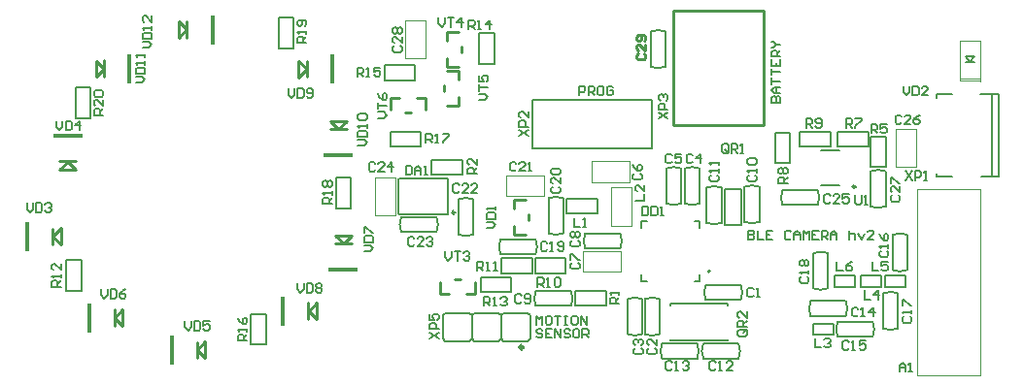
<source format=gto>
G04*
G04 #@! TF.GenerationSoftware,Altium Limited,Altium Designer,18.1.7 (191)*
G04*
G04 Layer_Color=65535*
%FSLAX24Y24*%
%MOIN*%
G70*
G01*
G75*
%ADD10C,0.0070*%
%ADD11C,0.0098*%
%ADD12C,0.0079*%
%ADD13C,0.0118*%
%ADD14C,0.0100*%
%ADD15C,0.0071*%
%ADD16C,0.0039*%
%ADD17C,0.0050*%
%ADD18R,0.0177X0.1024*%
%ADD19R,0.1024X0.0177*%
D10*
X52146Y28137D02*
G03*
X52656Y28137I256J608D01*
G01*
Y29344D02*
G03*
X52146Y29344I-255J-609D01*
G01*
X42625Y28041D02*
G03*
X42625Y27531I608J-256D01*
G01*
X43833D02*
G03*
X43832Y28041I-609J255D01*
G01*
X39215Y30069D02*
G03*
X39216Y30580I-608J256D01*
G01*
X38008D02*
G03*
X38008Y30069I609J-255D01*
G01*
X39971Y29987D02*
G03*
X40481Y29987I256J608D01*
G01*
Y31195D02*
G03*
X39971Y31194I-255J-609D01*
G01*
X43059Y30027D02*
G03*
X43570Y30026I256J608D01*
G01*
Y31234D02*
G03*
X43059Y31234I-255J-609D01*
G01*
X42619Y29311D02*
G03*
X42619Y29822I-608J256D01*
G01*
X41412D02*
G03*
X41412Y29311I609J-255D01*
G01*
X48248Y32257D02*
G03*
X47737Y32257I-256J-608D01*
G01*
Y31049D02*
G03*
X48248Y31050I255J609D01*
G01*
X47106D02*
G03*
X47617Y31049I256J608D01*
G01*
Y32257D02*
G03*
X47106Y32257I-255J-609D01*
G01*
X44318Y30020D02*
G03*
X44318Y29509I608J-256D01*
G01*
X45525D02*
G03*
X45525Y30020I-609J255D01*
G01*
X49784Y30421D02*
G03*
X50294Y30420I256J608D01*
G01*
Y31628D02*
G03*
X49784Y31627I-255J-609D01*
G01*
X48484Y30391D02*
G03*
X48995Y30391I256J608D01*
G01*
Y31599D02*
G03*
X48484Y31598I-255J-609D01*
G01*
X45768Y26562D02*
G03*
X46278Y26562I256J608D01*
G01*
Y27770D02*
G03*
X45768Y27769I-255J-609D01*
G01*
X46956Y26240D02*
G03*
X46956Y25730I608J-256D01*
G01*
X48163D02*
G03*
X48163Y26240I-609J255D01*
G01*
X49579Y25728D02*
G03*
X49580Y26239I-608J256D01*
G01*
X48372D02*
G03*
X48373Y25728I609J-255D01*
G01*
X46870Y27768D02*
G03*
X46359Y27769I-256J-608D01*
G01*
Y26561D02*
G03*
X46870Y26562I255J609D01*
G01*
X48452Y28248D02*
G03*
X48452Y27737I608J-256D01*
G01*
X49659D02*
G03*
X49659Y28248I-609J255D01*
G01*
X54186Y26477D02*
G03*
X54186Y26987I-608J256D01*
G01*
X52978D02*
G03*
X52979Y26477I609J-255D01*
G01*
X52054Y27697D02*
G03*
X52054Y27186I608J-256D01*
G01*
X53262D02*
G03*
X53261Y27697I-609J255D01*
G01*
X55049Y27965D02*
G03*
X54539Y27966I-256J-608D01*
G01*
Y26758D02*
G03*
X55049Y26758I255J609D01*
G01*
X54862Y28767D02*
G03*
X55373Y28767I256J608D01*
G01*
Y29974D02*
G03*
X54862Y29974I-255J-609D01*
G01*
X46565Y35755D02*
G03*
X47076Y35755I256J608D01*
G01*
Y36962D02*
G03*
X46565Y36962I-255J-609D01*
G01*
X51090Y31516D02*
G03*
X51089Y31005I608J-256D01*
G01*
X52297D02*
G03*
X52297Y31516I-609J255D01*
G01*
X54114Y30952D02*
G03*
X54625Y30952I256J608D01*
G01*
Y32159D02*
G03*
X54114Y32159I-255J-609D01*
G01*
X40748Y28012D02*
X41791D01*
X40748Y28524D02*
X41791D01*
X40748Y28012D02*
Y28524D01*
X41791Y28012D02*
Y28524D01*
X52657Y28141D02*
Y29341D01*
X52146Y28140D02*
Y29341D01*
X42629Y27530D02*
X43829D01*
X42628Y28041D02*
X43829D01*
X43986D02*
X45030D01*
X43986Y27530D02*
X45030D01*
Y28041D01*
X43986Y27530D02*
Y28041D01*
X43691Y30709D02*
Y31220D01*
X44734Y30709D02*
Y31220D01*
X43691Y30709D02*
X44734D01*
X43691Y31220D02*
X44734D01*
X38012Y30580D02*
X39212D01*
X38012Y30069D02*
X39213D01*
X39058Y32047D02*
X40101D01*
X39058Y32559D02*
X40101D01*
X39058Y32047D02*
Y32559D01*
X40101Y32047D02*
Y32559D01*
X40481Y29991D02*
Y31191D01*
X39970Y29990D02*
Y31191D01*
X43570Y30030D02*
Y31230D01*
X43059Y30029D02*
Y31230D01*
X41415Y29822D02*
X42615D01*
X41415Y29311D02*
X42616D01*
X37628Y33012D02*
X38671D01*
X37628Y33524D02*
X38671D01*
X37628Y33012D02*
Y33524D01*
X38671Y33012D02*
Y33524D01*
X37431Y35295D02*
X38474D01*
X37431Y35807D02*
X38474D01*
X37431Y35295D02*
Y35807D01*
X38474Y35295D02*
Y35807D01*
X40689Y35856D02*
Y36900D01*
X41201Y35856D02*
Y36900D01*
X40689D02*
X41201D01*
X40689Y35856D02*
X41201D01*
X47737Y31053D02*
Y32253D01*
X48248Y31053D02*
Y32254D01*
X47617Y31053D02*
Y32253D01*
X47106Y31052D02*
Y32253D01*
X44322Y29509D02*
X45522D01*
X44321Y30020D02*
X45522D01*
X50294Y30424D02*
Y31624D01*
X49783Y30423D02*
Y31624D01*
X48995Y30395D02*
Y31595D01*
X48484Y30394D02*
Y31595D01*
X46279Y26566D02*
Y27766D01*
X45768Y26565D02*
Y27766D01*
X46959Y25729D02*
X48159D01*
X46959Y26240D02*
X48159D01*
X48376Y26239D02*
X49576D01*
X48376Y25728D02*
X49577D01*
X46359Y26565D02*
Y27765D01*
X46870Y26565D02*
Y27766D01*
X48455Y27737D02*
X49655D01*
X48455Y28248D02*
X49656D01*
X52982Y26987D02*
X54182D01*
X52982Y26476D02*
X54183D01*
X52058Y27186D02*
X53258D01*
X52057Y27697D02*
X53258D01*
X54538Y26762D02*
Y27962D01*
X55049Y26762D02*
Y27963D01*
X55373Y28770D02*
Y29970D01*
X54862Y28770D02*
Y29970D01*
X42596Y28661D02*
X43640D01*
X42596Y29173D02*
X43640D01*
X42596Y28661D02*
Y29173D01*
X43640Y28661D02*
Y29173D01*
X41455Y28661D02*
X42498D01*
X41455Y29173D02*
X42498D01*
X41455Y28661D02*
Y29173D01*
X42498Y28661D02*
Y29173D01*
X47076Y35759D02*
Y36959D01*
X46565Y35758D02*
Y36959D01*
X51093Y31005D02*
X52293D01*
X51093Y31516D02*
X52293D01*
X54626Y32313D02*
Y33356D01*
X54114Y32313D02*
Y33356D01*
Y32313D02*
X54626D01*
X54114Y33356D02*
X54626D01*
X51358Y32431D02*
Y33474D01*
X50846Y32431D02*
Y33474D01*
Y32431D02*
X51358D01*
X50846Y33474D02*
X51358D01*
X54625Y30955D02*
Y32155D01*
X54114Y30955D02*
Y32156D01*
X52982Y33524D02*
X54026D01*
X52982Y33012D02*
X54026D01*
Y33524D01*
X52982Y33012D02*
Y33524D01*
X51683Y33012D02*
X52726D01*
X51683Y33524D02*
X52726D01*
X51683Y33012D02*
Y33524D01*
X52726Y33012D02*
Y33524D01*
X33366Y26211D02*
Y27254D01*
X32854Y26211D02*
Y27254D01*
Y26211D02*
X33366D01*
X32854Y27254D02*
X33366D01*
X26516Y28061D02*
Y29104D01*
X27028Y28061D02*
Y29104D01*
X26516D02*
X27028D01*
X26516Y28061D02*
X27028D01*
X26831Y33996D02*
Y35039D01*
X27343Y33996D02*
Y35039D01*
X26831D02*
X27343D01*
X26831Y33996D02*
X27343D01*
X34321Y36388D02*
Y37431D01*
X33809Y36388D02*
Y37431D01*
Y36388D02*
X34321D01*
X33809Y37431D02*
X34321D01*
X36280Y30896D02*
Y31939D01*
X35768Y30896D02*
Y31939D01*
Y30896D02*
X36280D01*
X35768Y31939D02*
X36280D01*
D11*
X39852Y30741D02*
G03*
X39852Y30741I-49J0D01*
G01*
X53593Y31624D02*
G03*
X53593Y31624I-49J0D01*
G01*
X35108Y27077D02*
Y27638D01*
X34828Y27357D02*
X35108Y27077D01*
X34828Y27357D02*
X35108Y27638D01*
X34823Y27072D02*
Y27633D01*
X28455Y26841D02*
Y27402D01*
X28174Y27121D02*
X28455Y26841D01*
X28174Y27121D02*
X28455Y27402D01*
X28169Y26836D02*
Y27397D01*
X26289Y32215D02*
X26850D01*
X26289D02*
X26570Y32495D01*
X26850Y32215D01*
X26284Y32500D02*
X26845D01*
X35748Y29951D02*
X36309D01*
X36029Y29670D02*
X36309Y29951D01*
X35748D02*
X36029Y29670D01*
X35753Y29665D02*
X36314D01*
X31289Y25738D02*
Y26299D01*
X31009Y26019D02*
X31289Y25738D01*
X31009Y26019D02*
X31289Y26299D01*
X31004Y25733D02*
Y26294D01*
X34488Y35394D02*
Y35955D01*
X34769Y35674D01*
X34488Y35394D02*
X34769Y35674D01*
X34774Y35399D02*
Y35960D01*
X35576Y33888D02*
X36137D01*
X35856Y33607D02*
X36137Y33888D01*
X35576D02*
X35856Y33607D01*
X35581Y33602D02*
X36142D01*
X30364Y36752D02*
Y37313D01*
X30645Y37032D01*
X30364Y36752D02*
X30645Y37032D01*
X30650Y36757D02*
Y37318D01*
X27530Y35399D02*
Y35960D01*
X27810Y35679D01*
X27530Y35399D02*
X27810Y35679D01*
X27815Y35404D02*
Y35965D01*
X26329Y29636D02*
Y30197D01*
X26048Y29916D02*
X26329Y29636D01*
X26048Y29916D02*
X26329Y30197D01*
X26043Y29631D02*
Y30192D01*
D12*
X48602Y28720D02*
G03*
X48602Y28720I-39J0D01*
G01*
X42520Y32943D02*
X46624D01*
X42520D02*
Y34626D01*
X46624D01*
Y32943D02*
Y34626D01*
X49114Y30315D02*
X49665D01*
X49114Y31535D02*
X49665D01*
Y30315D02*
Y31535D01*
X49114Y30315D02*
Y31535D01*
X48061Y30433D02*
X48248D01*
Y30217D02*
Y30433D01*
Y28376D02*
Y28602D01*
X48238Y28376D02*
X48248D01*
X48061D02*
X48238D01*
X46250Y30433D02*
X46447D01*
X46250Y30217D02*
Y30433D01*
Y28376D02*
Y28602D01*
Y28376D02*
X46447D01*
X47244Y27559D02*
Y27598D01*
X49213D01*
Y27559D02*
Y27598D01*
X47244Y26339D02*
Y26378D01*
Y26339D02*
X49213D01*
Y26378D01*
X52126Y26535D02*
Y26929D01*
X52835D01*
Y26732D02*
Y26929D01*
Y26535D02*
Y26732D01*
X52126Y26535D02*
X52835D01*
X53583Y28189D02*
Y28583D01*
X52874Y28189D02*
X53583D01*
X52874D02*
Y28386D01*
Y28583D01*
X53583D01*
X54488Y28189D02*
Y28583D01*
X53780Y28189D02*
X54488D01*
X53780D02*
Y28386D01*
Y28583D01*
X54488D01*
X55315Y28189D02*
Y28583D01*
X54606Y28189D02*
X55315D01*
X54606D02*
Y28386D01*
Y28583D01*
X55315D01*
X52421Y31673D02*
X53051D01*
X52421Y32894D02*
X53051D01*
X42350Y26329D02*
X42429Y26407D01*
X39429D02*
Y27215D01*
X40350Y27293D02*
X40429Y27215D01*
X39508Y27293D02*
X40350D01*
X39508Y26329D02*
X40350D01*
X40429Y26407D01*
X41350Y26329D02*
X41429Y26407D01*
X40508Y26329D02*
X41350D01*
X40429Y26407D02*
X40508Y26329D01*
X40429Y26407D02*
Y27215D01*
X40508Y27293D01*
X41350D01*
X41429Y27215D01*
Y26407D02*
Y27215D01*
X42429Y26407D02*
Y27215D01*
X42350Y27293D02*
X42429Y27215D01*
X41508Y27293D02*
X42350D01*
X41429Y27215D02*
X41508Y27293D01*
X41429Y26407D02*
X41508Y26329D01*
X42350D01*
X42429Y26407D01*
X39429Y27215D02*
X39508Y27293D01*
X39429Y26407D02*
X39508Y26329D01*
X57884Y34803D02*
X58268D01*
X56368D02*
X56919D01*
X56368Y34685D02*
Y34803D01*
X58268Y31969D02*
Y34803D01*
X57894Y31969D02*
X58268D01*
X56368D02*
X56900D01*
X56368D02*
Y32077D01*
X58268Y34803D02*
X58504D01*
Y31969D02*
Y34803D01*
X58258Y31969D02*
X58504D01*
X49911Y30124D02*
Y29809D01*
X50069D01*
X50121Y29861D01*
Y29914D01*
X50069Y29966D01*
X49911D01*
X50069D01*
X50121Y30019D01*
Y30071D01*
X50069Y30124D01*
X49911D01*
X50226D02*
Y29809D01*
X50436D01*
X50751Y30124D02*
X50541D01*
Y29809D01*
X50751D01*
X50541Y29966D02*
X50646D01*
X51381Y30071D02*
X51328Y30124D01*
X51223D01*
X51171Y30071D01*
Y29861D01*
X51223Y29809D01*
X51328D01*
X51381Y29861D01*
X51486Y29809D02*
Y30019D01*
X51591Y30124D01*
X51696Y30019D01*
Y29809D01*
Y29966D01*
X51486D01*
X51801Y29809D02*
Y30124D01*
X51906Y30019D01*
X52010Y30124D01*
Y29809D01*
X52325Y30124D02*
X52115D01*
Y29809D01*
X52325D01*
X52115Y29966D02*
X52220D01*
X52430Y29809D02*
Y30124D01*
X52588D01*
X52640Y30071D01*
Y29966D01*
X52588Y29914D01*
X52430D01*
X52535D02*
X52640Y29809D01*
X52745D02*
Y30019D01*
X52850Y30124D01*
X52955Y30019D01*
Y29809D01*
Y29966D01*
X52745D01*
X53375Y30124D02*
Y29809D01*
Y29966D01*
X53427Y30019D01*
X53532D01*
X53585Y29966D01*
Y29809D01*
X53690Y30019D02*
X53795Y29809D01*
X53900Y30019D01*
X54214Y29809D02*
X54005D01*
X54214Y30019D01*
Y30071D01*
X54162Y30124D01*
X54057D01*
X54005Y30071D01*
X42648Y26880D02*
Y27195D01*
X42753Y27090D01*
X42858Y27195D01*
Y26880D01*
X43120Y27195D02*
X43015D01*
X42962Y27142D01*
Y26932D01*
X43015Y26880D01*
X43120D01*
X43172Y26932D01*
Y27142D01*
X43120Y27195D01*
X43277D02*
X43487D01*
X43382D01*
Y26880D01*
X43592Y27195D02*
X43697D01*
X43645D01*
Y26880D01*
X43592D01*
X43697D01*
X44012Y27195D02*
X43907D01*
X43855Y27142D01*
Y26932D01*
X43907Y26880D01*
X44012D01*
X44064Y26932D01*
Y27142D01*
X44012Y27195D01*
X44169Y26880D02*
Y27195D01*
X44379Y26880D01*
Y27195D01*
X42858Y26695D02*
X42805Y26748D01*
X42700D01*
X42648Y26695D01*
Y26643D01*
X42700Y26590D01*
X42805D01*
X42858Y26538D01*
Y26485D01*
X42805Y26433D01*
X42700D01*
X42648Y26485D01*
X43172Y26748D02*
X42962D01*
Y26433D01*
X43172D01*
X42962Y26590D02*
X43067D01*
X43277Y26433D02*
Y26748D01*
X43487Y26433D01*
Y26748D01*
X43802Y26695D02*
X43750Y26748D01*
X43645D01*
X43592Y26695D01*
Y26643D01*
X43645Y26590D01*
X43750D01*
X43802Y26538D01*
Y26485D01*
X43750Y26433D01*
X43645D01*
X43592Y26485D01*
X44064Y26748D02*
X43960D01*
X43907Y26695D01*
Y26485D01*
X43960Y26433D01*
X44064D01*
X44117Y26485D01*
Y26695D01*
X44064Y26748D01*
X44222Y26433D02*
Y26748D01*
X44379D01*
X44432Y26695D01*
Y26590D01*
X44379Y26538D01*
X44222D01*
X44327D02*
X44432Y26433D01*
X44114Y34774D02*
Y35088D01*
X44272D01*
X44324Y35036D01*
Y34931D01*
X44272Y34879D01*
X44114D01*
X44429Y34774D02*
Y35088D01*
X44586D01*
X44639Y35036D01*
Y34931D01*
X44586Y34879D01*
X44429D01*
X44534D02*
X44639Y34774D01*
X44901Y35088D02*
X44796D01*
X44744Y35036D01*
Y34826D01*
X44796Y34774D01*
X44901D01*
X44954Y34826D01*
Y35036D01*
X44901Y35088D01*
X45269Y35036D02*
X45216Y35088D01*
X45111D01*
X45059Y35036D01*
Y34826D01*
X45111Y34774D01*
X45216D01*
X45269Y34826D01*
Y34931D01*
X45164D01*
X50709Y34528D02*
X51024D01*
Y34685D01*
X50971Y34737D01*
X50919D01*
X50866Y34685D01*
Y34528D01*
Y34685D01*
X50814Y34737D01*
X50761D01*
X50709Y34685D01*
Y34528D01*
X51024Y34842D02*
X50814D01*
X50709Y34947D01*
X50814Y35052D01*
X51024D01*
X50866D01*
Y34842D01*
X50709Y35157D02*
Y35367D01*
Y35262D01*
X51024D01*
X50709Y35472D02*
Y35682D01*
Y35577D01*
X51024D01*
X50709Y35997D02*
Y35787D01*
X51024D01*
Y35997D01*
X50866Y35787D02*
Y35892D01*
X51024Y36102D02*
X50709D01*
Y36259D01*
X50761Y36312D01*
X50866D01*
X50919Y36259D01*
Y36102D01*
Y36207D02*
X51024Y36312D01*
X50709Y36417D02*
X50761D01*
X50866Y36522D01*
X50761Y36627D01*
X50709D01*
X50866Y36522D02*
X51024D01*
X38986Y26417D02*
X39301Y26627D01*
X38986D02*
X39301Y26417D01*
Y26732D02*
X38986D01*
Y26890D01*
X39039Y26942D01*
X39144D01*
X39196Y26890D01*
Y26732D01*
X38986Y27257D02*
Y27047D01*
X39144D01*
X39091Y27152D01*
Y27204D01*
X39144Y27257D01*
X39249D01*
X39301Y27204D01*
Y27100D01*
X39249Y27047D01*
X55108Y25266D02*
Y25476D01*
X55213Y25581D01*
X55318Y25476D01*
Y25266D01*
Y25423D01*
X55108D01*
X55423Y25266D02*
X55528D01*
X55476D01*
Y25581D01*
X55423Y25528D01*
X53583Y31338D02*
Y31076D01*
X53635Y31024D01*
X53740D01*
X53793Y31076D01*
Y31338D01*
X53898Y31024D02*
X54002D01*
X53950D01*
Y31338D01*
X53898Y31286D01*
X46841Y33967D02*
X47156Y34176D01*
X46841D02*
X47156Y33967D01*
Y34281D02*
X46841D01*
Y34439D01*
X46893Y34491D01*
X46998D01*
X47051Y34439D01*
Y34281D01*
X46893Y34596D02*
X46841Y34649D01*
Y34754D01*
X46893Y34806D01*
X46946D01*
X46998Y34754D01*
Y34701D01*
Y34754D01*
X47051Y34806D01*
X47103D01*
X47156Y34754D01*
Y34649D01*
X47103Y34596D01*
X42057Y33376D02*
X42372Y33586D01*
X42057D02*
X42372Y33376D01*
Y33691D02*
X42057D01*
Y33848D01*
X42110Y33901D01*
X42215D01*
X42267Y33848D01*
Y33691D01*
X42372Y34216D02*
Y34006D01*
X42162Y34216D01*
X42110D01*
X42057Y34163D01*
Y34058D01*
X42110Y34006D01*
X55315Y32165D02*
X55525Y31850D01*
Y32165D02*
X55315Y31850D01*
X55630D02*
Y32165D01*
X55787D01*
X55840Y32113D01*
Y32008D01*
X55787Y31955D01*
X55630D01*
X55945Y31850D02*
X56050D01*
X55997D01*
Y32165D01*
X55945Y32113D01*
X37205Y33991D02*
X37415D01*
X37520Y34096D01*
X37415Y34201D01*
X37205D01*
Y34306D02*
Y34516D01*
Y34411D01*
X37520D01*
X37205Y34831D02*
X37257Y34726D01*
X37362Y34621D01*
X37467D01*
X37520Y34673D01*
Y34778D01*
X37467Y34831D01*
X37415D01*
X37362Y34778D01*
Y34621D01*
X40669Y34613D02*
X40879D01*
X40984Y34718D01*
X40879Y34823D01*
X40669D01*
Y34928D02*
Y35138D01*
Y35033D01*
X40984D01*
X40669Y35453D02*
Y35243D01*
X40827D01*
X40774Y35348D01*
Y35401D01*
X40827Y35453D01*
X40932D01*
X40984Y35401D01*
Y35296D01*
X40932Y35243D01*
X39291Y37441D02*
Y37231D01*
X39396Y37126D01*
X39501Y37231D01*
Y37441D01*
X39606D02*
X39816D01*
X39711D01*
Y37126D01*
X40078D02*
Y37441D01*
X39921Y37283D01*
X40131D01*
X39519Y29409D02*
Y29199D01*
X39623Y29094D01*
X39728Y29199D01*
Y29409D01*
X39833D02*
X40043D01*
X39938D01*
Y29094D01*
X40148Y29357D02*
X40201Y29409D01*
X40306D01*
X40358Y29357D01*
Y29304D01*
X40306Y29252D01*
X40253D01*
X40306D01*
X40358Y29199D01*
Y29147D01*
X40306Y29094D01*
X40201D01*
X40148Y29147D01*
X29134Y36398D02*
X29344D01*
X29449Y36503D01*
X29344Y36608D01*
X29134D01*
Y36713D02*
X29449D01*
Y36870D01*
X29396Y36922D01*
X29186D01*
X29134Y36870D01*
Y36713D01*
X29449Y37027D02*
Y37132D01*
Y37080D01*
X29134D01*
X29186Y37027D01*
X29449Y37500D02*
Y37290D01*
X29239Y37500D01*
X29186D01*
X29134Y37447D01*
Y37342D01*
X29186Y37290D01*
X28898Y35197D02*
X29108D01*
X29213Y35302D01*
X29108Y35407D01*
X28898D01*
Y35512D02*
X29213D01*
Y35669D01*
X29160Y35722D01*
X28950D01*
X28898Y35669D01*
Y35512D01*
X29213Y35827D02*
Y35932D01*
Y35879D01*
X28898D01*
X28950Y35827D01*
X29213Y36089D02*
Y36194D01*
Y36141D01*
X28898D01*
X28950Y36089D01*
X36521Y33031D02*
X36731D01*
X36836Y33136D01*
X36731Y33241D01*
X36521D01*
Y33346D02*
X36836D01*
Y33504D01*
X36783Y33556D01*
X36573D01*
X36521Y33504D01*
Y33346D01*
X36836Y33661D02*
Y33766D01*
Y33714D01*
X36521D01*
X36573Y33661D01*
Y33924D02*
X36521Y33976D01*
Y34081D01*
X36573Y34134D01*
X36783D01*
X36836Y34081D01*
Y33976D01*
X36783Y33924D01*
X36573D01*
X34134Y35000D02*
Y34790D01*
X34239Y34685D01*
X34344Y34790D01*
Y35000D01*
X34449D02*
Y34685D01*
X34606D01*
X34659Y34738D01*
Y34947D01*
X34606Y35000D01*
X34449D01*
X34764Y34738D02*
X34816Y34685D01*
X34921D01*
X34973Y34738D01*
Y34947D01*
X34921Y35000D01*
X34816D01*
X34764Y34947D01*
Y34895D01*
X34816Y34842D01*
X34973D01*
X34449Y28307D02*
Y28097D01*
X34554Y27992D01*
X34659Y28097D01*
Y28307D01*
X34764D02*
Y27992D01*
X34921D01*
X34974Y28045D01*
Y28255D01*
X34921Y28307D01*
X34764D01*
X35079Y28255D02*
X35131Y28307D01*
X35236D01*
X35288Y28255D01*
Y28202D01*
X35236Y28150D01*
X35288Y28097D01*
Y28045D01*
X35236Y27992D01*
X35131D01*
X35079Y28045D01*
Y28097D01*
X35131Y28150D01*
X35079Y28202D01*
Y28255D01*
X35131Y28150D02*
X35236D01*
X36732Y29409D02*
X36942D01*
X37047Y29514D01*
X36942Y29619D01*
X36732D01*
Y29724D02*
X37047D01*
Y29882D01*
X36995Y29934D01*
X36785D01*
X36732Y29882D01*
Y29724D01*
Y30039D02*
Y30249D01*
X36785D01*
X36995Y30039D01*
X37047D01*
X27717Y28110D02*
Y27900D01*
X27821Y27795D01*
X27926Y27900D01*
Y28110D01*
X28031D02*
Y27795D01*
X28189D01*
X28241Y27848D01*
Y28058D01*
X28189Y28110D01*
X28031D01*
X28556D02*
X28451Y28058D01*
X28346Y27953D01*
Y27848D01*
X28399Y27795D01*
X28504D01*
X28556Y27848D01*
Y27900D01*
X28504Y27953D01*
X28346D01*
X30591Y27008D02*
Y26798D01*
X30696Y26693D01*
X30800Y26798D01*
Y27008D01*
X30905D02*
Y26693D01*
X31063D01*
X31115Y26745D01*
Y26955D01*
X31063Y27008D01*
X30905D01*
X31430D02*
X31220D01*
Y26850D01*
X31325Y26903D01*
X31378D01*
X31430Y26850D01*
Y26745D01*
X31378Y26693D01*
X31273D01*
X31220Y26745D01*
X26181Y33888D02*
Y33678D01*
X26286Y33573D01*
X26391Y33678D01*
Y33888D01*
X26496D02*
Y33573D01*
X26653D01*
X26706Y33625D01*
Y33835D01*
X26653Y33888D01*
X26496D01*
X26968Y33573D02*
Y33888D01*
X26811Y33730D01*
X27021D01*
X25160Y31065D02*
Y30855D01*
X25265Y30750D01*
X25370Y30855D01*
Y31065D01*
X25475D02*
Y30750D01*
X25632D01*
X25685Y30802D01*
Y31012D01*
X25632Y31065D01*
X25475D01*
X25790Y31012D02*
X25842Y31065D01*
X25947D01*
X26000Y31012D01*
Y30960D01*
X25947Y30907D01*
X25895D01*
X25947D01*
X26000Y30855D01*
Y30802D01*
X25947Y30750D01*
X25842D01*
X25790Y30802D01*
X55236Y35079D02*
Y34869D01*
X55341Y34764D01*
X55446Y34869D01*
Y35079D01*
X55551D02*
Y34764D01*
X55709D01*
X55761Y34816D01*
Y35026D01*
X55709Y35079D01*
X55551D01*
X56076Y34764D02*
X55866D01*
X56076Y34974D01*
Y35026D01*
X56023Y35079D01*
X55918D01*
X55866Y35026D01*
X40935Y30207D02*
X41145D01*
X41250Y30312D01*
X41145Y30417D01*
X40935D01*
Y30522D02*
X41250D01*
Y30679D01*
X41198Y30731D01*
X40988D01*
X40935Y30679D01*
Y30522D01*
X41250Y30836D02*
Y30941D01*
Y30889D01*
X40935D01*
X40988Y30836D01*
X27785Y34094D02*
X27471D01*
Y34252D01*
X27523Y34304D01*
X27628D01*
X27680Y34252D01*
Y34094D01*
Y34199D02*
X27785Y34304D01*
Y34619D02*
Y34409D01*
X27576Y34619D01*
X27523D01*
X27471Y34567D01*
Y34462D01*
X27523Y34409D01*
Y34724D02*
X27471Y34777D01*
Y34882D01*
X27523Y34934D01*
X27733D01*
X27785Y34882D01*
Y34777D01*
X27733Y34724D01*
X27523D01*
X34754Y36575D02*
X34439D01*
Y36732D01*
X34492Y36785D01*
X34597D01*
X34649Y36732D01*
Y36575D01*
Y36680D02*
X34754Y36785D01*
Y36890D02*
Y36995D01*
Y36942D01*
X34439D01*
X34492Y36890D01*
X34701Y37152D02*
X34754Y37205D01*
Y37309D01*
X34701Y37362D01*
X34492D01*
X34439Y37309D01*
Y37205D01*
X34492Y37152D01*
X34544D01*
X34597Y37205D01*
Y37362D01*
X35630Y31048D02*
X35315D01*
Y31206D01*
X35368Y31258D01*
X35472D01*
X35525Y31206D01*
Y31048D01*
Y31153D02*
X35630Y31258D01*
Y31363D02*
Y31468D01*
Y31416D01*
X35315D01*
X35368Y31363D01*
Y31625D02*
X35315Y31678D01*
Y31783D01*
X35368Y31835D01*
X35420D01*
X35472Y31783D01*
X35525Y31835D01*
X35577D01*
X35630Y31783D01*
Y31678D01*
X35577Y31625D01*
X35525D01*
X35472Y31678D01*
X35420Y31625D01*
X35368D01*
X35472Y31678D02*
Y31783D01*
X38858Y33130D02*
Y33445D01*
X39016D01*
X39068Y33392D01*
Y33287D01*
X39016Y33235D01*
X38858D01*
X38963D02*
X39068Y33130D01*
X39173D02*
X39278D01*
X39226D01*
Y33445D01*
X39173Y33392D01*
X39436Y33445D02*
X39645D01*
Y33392D01*
X39436Y33182D01*
Y33130D01*
X32717Y26339D02*
X32402D01*
Y26496D01*
X32454Y26548D01*
X32559D01*
X32612Y26496D01*
Y26339D01*
Y26444D02*
X32717Y26548D01*
Y26653D02*
Y26758D01*
Y26706D01*
X32402D01*
X32454Y26653D01*
X32402Y27126D02*
X32454Y27021D01*
X32559Y26916D01*
X32664D01*
X32717Y26968D01*
Y27073D01*
X32664Y27126D01*
X32612D01*
X32559Y27073D01*
Y26916D01*
X36496Y35413D02*
Y35728D01*
X36653D01*
X36706Y35676D01*
Y35571D01*
X36653Y35518D01*
X36496D01*
X36601D02*
X36706Y35413D01*
X36811D02*
X36916D01*
X36863D01*
Y35728D01*
X36811Y35676D01*
X37283Y35728D02*
X37073D01*
Y35571D01*
X37178Y35623D01*
X37231D01*
X37283Y35571D01*
Y35466D01*
X37231Y35413D01*
X37126D01*
X37073Y35466D01*
X40315Y37047D02*
Y37362D01*
X40472D01*
X40525Y37310D01*
Y37205D01*
X40472Y37152D01*
X40315D01*
X40420D02*
X40525Y37047D01*
X40630D02*
X40735D01*
X40682D01*
Y37362D01*
X40630Y37310D01*
X41050Y37047D02*
Y37362D01*
X40892Y37205D01*
X41102D01*
X40846Y27530D02*
Y27844D01*
X41004D01*
X41056Y27792D01*
Y27687D01*
X41004Y27634D01*
X40846D01*
X40951D02*
X41056Y27530D01*
X41161D02*
X41266D01*
X41214D01*
Y27844D01*
X41161Y27792D01*
X41424D02*
X41476Y27844D01*
X41581D01*
X41634Y27792D01*
Y27739D01*
X41581Y27687D01*
X41529D01*
X41581D01*
X41634Y27634D01*
Y27582D01*
X41581Y27530D01*
X41476D01*
X41424Y27582D01*
X26329Y28189D02*
X26014D01*
Y28346D01*
X26066Y28399D01*
X26171D01*
X26224Y28346D01*
Y28189D01*
Y28294D02*
X26329Y28399D01*
Y28504D02*
Y28609D01*
Y28556D01*
X26014D01*
X26066Y28504D01*
X26329Y28976D02*
Y28766D01*
X26119Y28976D01*
X26066D01*
X26014Y28924D01*
Y28819D01*
X26066Y28766D01*
X40610Y28740D02*
Y29055D01*
X40768D01*
X40820Y29003D01*
Y28898D01*
X40768Y28845D01*
X40610D01*
X40715D02*
X40820Y28740D01*
X40925D02*
X41030D01*
X40978D01*
Y29055D01*
X40925Y29003D01*
X41187Y28740D02*
X41292D01*
X41240D01*
Y29055D01*
X41187Y29003D01*
X42685Y28189D02*
Y28504D01*
X42842D01*
X42895Y28451D01*
Y28346D01*
X42842Y28294D01*
X42685D01*
X42790D02*
X42895Y28189D01*
X43000D02*
X43105D01*
X43052D01*
Y28504D01*
X43000Y28451D01*
X43262D02*
X43315Y28504D01*
X43420D01*
X43472Y28451D01*
Y28241D01*
X43420Y28189D01*
X43315D01*
X43262Y28241D01*
Y28451D01*
X51900Y33661D02*
Y33976D01*
X52057D01*
X52110Y33924D01*
Y33819D01*
X52057Y33766D01*
X51900D01*
X52005D02*
X52110Y33661D01*
X52215Y33714D02*
X52267Y33661D01*
X52372D01*
X52425Y33714D01*
Y33924D01*
X52372Y33976D01*
X52267D01*
X52215Y33924D01*
Y33871D01*
X52267Y33819D01*
X52425D01*
X51260Y31752D02*
X50945D01*
Y31909D01*
X50997Y31962D01*
X51102D01*
X51155Y31909D01*
Y31752D01*
Y31857D02*
X51260Y31962D01*
X50997Y32067D02*
X50945Y32119D01*
Y32224D01*
X50997Y32277D01*
X51050D01*
X51102Y32224D01*
X51155Y32277D01*
X51207D01*
X51260Y32224D01*
Y32119D01*
X51207Y32067D01*
X51155D01*
X51102Y32119D01*
X51050Y32067D01*
X50997D01*
X51102Y32119D02*
Y32224D01*
X53268Y33661D02*
Y33976D01*
X53425D01*
X53478Y33924D01*
Y33819D01*
X53425Y33766D01*
X53268D01*
X53373D02*
X53478Y33661D01*
X53583Y33976D02*
X53792D01*
Y33924D01*
X53583Y33714D01*
Y33661D01*
X54134Y33465D02*
Y33779D01*
X54291D01*
X54344Y33727D01*
Y33622D01*
X54291Y33570D01*
X54134D01*
X54239D02*
X54344Y33465D01*
X54659Y33779D02*
X54449D01*
Y33622D01*
X54554Y33674D01*
X54606D01*
X54659Y33622D01*
Y33517D01*
X54606Y33465D01*
X54501D01*
X54449Y33517D01*
X40603Y32067D02*
X40288D01*
Y32224D01*
X40341Y32277D01*
X40446D01*
X40498Y32224D01*
Y32067D01*
Y32172D02*
X40603Y32277D01*
Y32592D02*
Y32382D01*
X40393Y32592D01*
X40341D01*
X40288Y32539D01*
Y32434D01*
X40341Y32382D01*
X45476Y27608D02*
X45161D01*
Y27766D01*
X45214Y27818D01*
X45319D01*
X45371Y27766D01*
Y27608D01*
Y27713D02*
X45476Y27818D01*
Y27923D02*
Y28028D01*
Y27976D01*
X45161D01*
X45214Y27923D01*
X49810Y26706D02*
X49600D01*
X49547Y26653D01*
Y26549D01*
X49600Y26496D01*
X49810D01*
X49862Y26549D01*
Y26653D01*
X49757Y26601D02*
X49862Y26706D01*
Y26653D02*
X49810Y26706D01*
X49862Y26811D02*
X49547D01*
Y26968D01*
X49600Y27021D01*
X49705D01*
X49757Y26968D01*
Y26811D01*
Y26916D02*
X49862Y27021D01*
Y27336D02*
Y27126D01*
X49652Y27336D01*
X49600D01*
X49547Y27283D01*
Y27178D01*
X49600Y27126D01*
X49226Y32848D02*
Y33058D01*
X49173Y33110D01*
X49068D01*
X49016Y33058D01*
Y32848D01*
X49068Y32795D01*
X49173D01*
X49121Y32900D02*
X49226Y32795D01*
X49173D02*
X49226Y32848D01*
X49331Y32795D02*
Y33110D01*
X49488D01*
X49541Y33058D01*
Y32953D01*
X49488Y32900D01*
X49331D01*
X49436D02*
X49541Y32795D01*
X49645D02*
X49750D01*
X49698D01*
Y33110D01*
X49645Y33058D01*
X52953Y29055D02*
Y28740D01*
X53163D01*
X53478Y29055D02*
X53373Y29003D01*
X53268Y28898D01*
Y28793D01*
X53320Y28740D01*
X53425D01*
X53478Y28793D01*
Y28845D01*
X53425Y28898D01*
X53268D01*
X54173Y29055D02*
Y28740D01*
X54383D01*
X54698Y29055D02*
X54488D01*
Y28898D01*
X54593Y28950D01*
X54646D01*
X54698Y28898D01*
Y28793D01*
X54646Y28740D01*
X54541D01*
X54488Y28793D01*
X53898Y28071D02*
Y27756D01*
X54108D01*
X54370D02*
Y28071D01*
X54212Y27913D01*
X54422D01*
X52205Y26417D02*
Y26102D01*
X52415D01*
X52520Y26365D02*
X52572Y26417D01*
X52677D01*
X52729Y26365D01*
Y26312D01*
X52677Y26260D01*
X52625D01*
X52677D01*
X52729Y26207D01*
Y26155D01*
X52677Y26102D01*
X52572D01*
X52520Y26155D01*
X46043Y31161D02*
X46358D01*
Y31371D01*
Y31686D02*
Y31476D01*
X46148Y31686D01*
X46096D01*
X46043Y31634D01*
Y31529D01*
X46096Y31476D01*
X43937Y30551D02*
Y30236D01*
X44147D01*
X44252D02*
X44357D01*
X44304D01*
Y30551D01*
X44252Y30499D01*
X46270Y30955D02*
Y30640D01*
X46427D01*
X46480Y30692D01*
Y30902D01*
X46427Y30955D01*
X46270D01*
X46585D02*
Y30640D01*
X46742D01*
X46794Y30692D01*
Y30902D01*
X46742Y30955D01*
X46585D01*
X46899Y30640D02*
X47004D01*
X46952D01*
Y30955D01*
X46899Y30902D01*
X38162Y32352D02*
Y32037D01*
X38320D01*
X38372Y32090D01*
Y32300D01*
X38320Y32352D01*
X38162D01*
X38477Y32037D02*
Y32247D01*
X38582Y32352D01*
X38687Y32247D01*
Y32037D01*
Y32195D01*
X38477D01*
X38792Y32037D02*
X38897D01*
X38844D01*
Y32352D01*
X38792Y32300D01*
X37769Y36470D02*
X37717Y36417D01*
Y36312D01*
X37769Y36260D01*
X37979D01*
X38031Y36312D01*
Y36417D01*
X37979Y36470D01*
X38031Y36785D02*
Y36575D01*
X37822Y36785D01*
X37769D01*
X37717Y36732D01*
Y36627D01*
X37769Y36575D01*
Y36890D02*
X37717Y36942D01*
Y37047D01*
X37769Y37099D01*
X37822D01*
X37874Y37047D01*
X37927Y37099D01*
X37979D01*
X38031Y37047D01*
Y36942D01*
X37979Y36890D01*
X37927D01*
X37874Y36942D01*
X37822Y36890D01*
X37769D01*
X37874Y36942D02*
Y37047D01*
X54855Y31332D02*
X54802Y31279D01*
Y31175D01*
X54855Y31122D01*
X55065D01*
X55117Y31175D01*
Y31279D01*
X55065Y31332D01*
X55117Y31647D02*
Y31437D01*
X54907Y31647D01*
X54855D01*
X54802Y31594D01*
Y31489D01*
X54855Y31437D01*
X54802Y31752D02*
Y31962D01*
X54855D01*
X55065Y31752D01*
X55117D01*
X55171Y34042D02*
X55118Y34094D01*
X55013D01*
X54961Y34042D01*
Y33832D01*
X55013Y33780D01*
X55118D01*
X55171Y33832D01*
X55485Y33780D02*
X55275D01*
X55485Y33989D01*
Y34042D01*
X55433Y34094D01*
X55328D01*
X55275Y34042D01*
X55800Y34094D02*
X55695Y34042D01*
X55590Y33937D01*
Y33832D01*
X55643Y33780D01*
X55748D01*
X55800Y33832D01*
Y33884D01*
X55748Y33937D01*
X55590D01*
X52730Y31325D02*
X52677Y31378D01*
X52572D01*
X52520Y31325D01*
Y31115D01*
X52572Y31063D01*
X52677D01*
X52730Y31115D01*
X53044Y31063D02*
X52835D01*
X53044Y31273D01*
Y31325D01*
X52992Y31378D01*
X52887D01*
X52835Y31325D01*
X53359Y31378D02*
X53149D01*
Y31220D01*
X53254Y31273D01*
X53307D01*
X53359Y31220D01*
Y31115D01*
X53307Y31063D01*
X53202D01*
X53149Y31115D01*
X37112Y32418D02*
X37060Y32470D01*
X36955D01*
X36902Y32418D01*
Y32208D01*
X36955Y32156D01*
X37060D01*
X37112Y32208D01*
X37427Y32156D02*
X37217D01*
X37427Y32365D01*
Y32418D01*
X37375Y32470D01*
X37270D01*
X37217Y32418D01*
X37690Y32156D02*
Y32470D01*
X37532Y32313D01*
X37742D01*
X38458Y29859D02*
X38405Y29911D01*
X38301D01*
X38248Y29859D01*
Y29649D01*
X38301Y29596D01*
X38405D01*
X38458Y29649D01*
X38773Y29596D02*
X38563D01*
X38773Y29806D01*
Y29859D01*
X38720Y29911D01*
X38615D01*
X38563Y29859D01*
X38878D02*
X38930Y29911D01*
X39035D01*
X39088Y29859D01*
Y29806D01*
X39035Y29754D01*
X38983D01*
X39035D01*
X39088Y29701D01*
Y29649D01*
X39035Y29596D01*
X38930D01*
X38878Y29649D01*
X39993Y31680D02*
X39941Y31732D01*
X39836D01*
X39783Y31680D01*
Y31470D01*
X39836Y31417D01*
X39941D01*
X39993Y31470D01*
X40308Y31417D02*
X40098D01*
X40308Y31627D01*
Y31680D01*
X40256Y31732D01*
X40151D01*
X40098Y31680D01*
X40623Y31417D02*
X40413D01*
X40623Y31627D01*
Y31680D01*
X40571Y31732D01*
X40466D01*
X40413Y31680D01*
X41950Y32428D02*
X41898Y32480D01*
X41793D01*
X41740Y32428D01*
Y32218D01*
X41793Y32165D01*
X41898D01*
X41950Y32218D01*
X42265Y32165D02*
X42055D01*
X42265Y32375D01*
Y32428D01*
X42212Y32480D01*
X42107D01*
X42055Y32428D01*
X42370Y32165D02*
X42475D01*
X42422D01*
Y32480D01*
X42370Y32428D01*
X43202Y31627D02*
X43150Y31575D01*
Y31470D01*
X43202Y31417D01*
X43412D01*
X43465Y31470D01*
Y31575D01*
X43412Y31627D01*
X43465Y31942D02*
Y31732D01*
X43255Y31942D01*
X43202D01*
X43150Y31890D01*
Y31785D01*
X43202Y31732D01*
Y32047D02*
X43150Y32100D01*
Y32204D01*
X43202Y32257D01*
X43412D01*
X43465Y32204D01*
Y32100D01*
X43412Y32047D01*
X43202D01*
X43013Y29691D02*
X42961Y29744D01*
X42856D01*
X42803Y29691D01*
Y29482D01*
X42856Y29429D01*
X42961D01*
X43013Y29482D01*
X43118Y29429D02*
X43223D01*
X43170D01*
Y29744D01*
X43118Y29691D01*
X43380Y29482D02*
X43433Y29429D01*
X43538D01*
X43590Y29482D01*
Y29691D01*
X43538Y29744D01*
X43433D01*
X43380Y29691D01*
Y29639D01*
X43433Y29587D01*
X43590D01*
X51726Y28537D02*
X51673Y28484D01*
Y28379D01*
X51726Y28327D01*
X51936D01*
X51988Y28379D01*
Y28484D01*
X51936Y28537D01*
X51988Y28642D02*
Y28747D01*
Y28694D01*
X51673D01*
X51726Y28642D01*
Y28904D02*
X51673Y28956D01*
Y29061D01*
X51726Y29114D01*
X51778D01*
X51831Y29061D01*
X51883Y29114D01*
X51936D01*
X51988Y29061D01*
Y28956D01*
X51936Y28904D01*
X51883D01*
X51831Y28956D01*
X51778Y28904D01*
X51726D01*
X51831Y28956D02*
Y29061D01*
X55249Y27169D02*
X55197Y27116D01*
Y27011D01*
X55249Y26959D01*
X55459D01*
X55512Y27011D01*
Y27116D01*
X55459Y27169D01*
X55512Y27274D02*
Y27378D01*
Y27326D01*
X55197D01*
X55249Y27274D01*
X55197Y27536D02*
Y27746D01*
X55249D01*
X55459Y27536D01*
X55512D01*
X54462Y29423D02*
X54410Y29370D01*
Y29265D01*
X54462Y29213D01*
X54672D01*
X54724Y29265D01*
Y29370D01*
X54672Y29423D01*
X54724Y29527D02*
Y29632D01*
Y29580D01*
X54410D01*
X54462Y29527D01*
X54410Y30000D02*
X54462Y29895D01*
X54567Y29790D01*
X54672D01*
X54724Y29842D01*
Y29947D01*
X54672Y30000D01*
X54619D01*
X54567Y29947D01*
Y29790D01*
X53360Y26286D02*
X53307Y26338D01*
X53202D01*
X53150Y26286D01*
Y26076D01*
X53202Y26024D01*
X53307D01*
X53360Y26076D01*
X53464Y26024D02*
X53569D01*
X53517D01*
Y26338D01*
X53464Y26286D01*
X53937Y26338D02*
X53727D01*
Y26181D01*
X53832Y26234D01*
X53884D01*
X53937Y26181D01*
Y26076D01*
X53884Y26024D01*
X53779D01*
X53727Y26076D01*
X53684Y27428D02*
X53632Y27480D01*
X53527D01*
X53474Y27428D01*
Y27218D01*
X53527Y27165D01*
X53632D01*
X53684Y27218D01*
X53789Y27165D02*
X53894D01*
X53842D01*
Y27480D01*
X53789Y27428D01*
X54209Y27165D02*
Y27480D01*
X54052Y27323D01*
X54262D01*
X47297Y25577D02*
X47244Y25630D01*
X47139D01*
X47087Y25577D01*
Y25367D01*
X47139Y25315D01*
X47244D01*
X47297Y25367D01*
X47401Y25315D02*
X47506D01*
X47454D01*
Y25630D01*
X47401Y25577D01*
X47664D02*
X47716Y25630D01*
X47821D01*
X47874Y25577D01*
Y25525D01*
X47821Y25472D01*
X47769D01*
X47821D01*
X47874Y25420D01*
Y25367D01*
X47821Y25315D01*
X47716D01*
X47664Y25367D01*
X48793Y25577D02*
X48740Y25630D01*
X48635D01*
X48583Y25577D01*
Y25367D01*
X48635Y25315D01*
X48740D01*
X48793Y25367D01*
X48898Y25315D02*
X49002D01*
X48950D01*
Y25630D01*
X48898Y25577D01*
X49370Y25315D02*
X49160D01*
X49370Y25525D01*
Y25577D01*
X49317Y25630D01*
X49212D01*
X49160Y25577D01*
X48635Y32021D02*
X48583Y31968D01*
Y31864D01*
X48635Y31811D01*
X48845D01*
X48898Y31864D01*
Y31968D01*
X48845Y32021D01*
X48898Y32126D02*
Y32231D01*
Y32178D01*
X48583D01*
X48635Y32126D01*
X48898Y32388D02*
Y32493D01*
Y32441D01*
X48583D01*
X48635Y32388D01*
X49934Y32021D02*
X49882Y31968D01*
Y31864D01*
X49934Y31811D01*
X50144D01*
X50197Y31864D01*
Y31968D01*
X50144Y32021D01*
X50197Y32126D02*
Y32231D01*
Y32178D01*
X49882D01*
X49934Y32126D01*
Y32388D02*
X49882Y32441D01*
Y32546D01*
X49934Y32598D01*
X50144D01*
X50197Y32546D01*
Y32441D01*
X50144Y32388D01*
X49934D01*
X42129Y27880D02*
X42077Y27933D01*
X41972D01*
X41919Y27880D01*
Y27671D01*
X41972Y27618D01*
X42077D01*
X42129Y27671D01*
X42234D02*
X42287Y27618D01*
X42392D01*
X42444Y27671D01*
Y27880D01*
X42392Y27933D01*
X42287D01*
X42234Y27880D01*
Y27828D01*
X42287Y27776D01*
X42444D01*
X43871Y29777D02*
X43819Y29724D01*
Y29619D01*
X43871Y29567D01*
X44081D01*
X44134Y29619D01*
Y29724D01*
X44081Y29777D01*
X43871Y29882D02*
X43819Y29934D01*
Y30039D01*
X43871Y30092D01*
X43924D01*
X43976Y30039D01*
X44029Y30092D01*
X44081D01*
X44134Y30039D01*
Y29934D01*
X44081Y29882D01*
X44029D01*
X43976Y29934D01*
X43924Y29882D01*
X43871D01*
X43976Y29934D02*
Y30039D01*
X43871Y29009D02*
X43819Y28957D01*
Y28852D01*
X43871Y28799D01*
X44081D01*
X44134Y28852D01*
Y28957D01*
X44081Y29009D01*
X43819Y29114D02*
Y29324D01*
X43871D01*
X44081Y29114D01*
X44134D01*
X46007Y32080D02*
X45955Y32028D01*
Y31923D01*
X46007Y31870D01*
X46217D01*
X46270Y31923D01*
Y32028D01*
X46217Y32080D01*
X45955Y32395D02*
X46007Y32290D01*
X46112Y32185D01*
X46217D01*
X46270Y32237D01*
Y32342D01*
X46217Y32395D01*
X46165D01*
X46112Y32342D01*
Y32185D01*
X47297Y32703D02*
X47244Y32756D01*
X47139D01*
X47087Y32703D01*
Y32493D01*
X47139Y32441D01*
X47244D01*
X47297Y32493D01*
X47611Y32756D02*
X47401D01*
Y32598D01*
X47506Y32651D01*
X47559D01*
X47611Y32598D01*
Y32493D01*
X47559Y32441D01*
X47454D01*
X47401Y32493D01*
X48005Y32703D02*
X47953Y32756D01*
X47848D01*
X47795Y32703D01*
Y32493D01*
X47848Y32441D01*
X47953D01*
X48005Y32493D01*
X48268Y32441D02*
Y32756D01*
X48110Y32598D01*
X48320D01*
X46037Y26076D02*
X45984Y26024D01*
Y25919D01*
X46037Y25866D01*
X46247D01*
X46299Y25919D01*
Y26024D01*
X46247Y26076D01*
X46037Y26181D02*
X45984Y26233D01*
Y26338D01*
X46037Y26391D01*
X46089D01*
X46142Y26338D01*
Y26286D01*
Y26338D01*
X46194Y26391D01*
X46247D01*
X46299Y26338D01*
Y26233D01*
X46247Y26181D01*
X46509Y26076D02*
X46457Y26024D01*
Y25919D01*
X46509Y25866D01*
X46719D01*
X46772Y25919D01*
Y26024D01*
X46719Y26076D01*
X46772Y26391D02*
Y26181D01*
X46562Y26391D01*
X46509D01*
X46457Y26338D01*
Y26233D01*
X46509Y26181D01*
X50092Y28097D02*
X50039Y28149D01*
X49934D01*
X49882Y28097D01*
Y27887D01*
X49934Y27835D01*
X50039D01*
X50092Y27887D01*
X50197Y27835D02*
X50302D01*
X50249D01*
Y28149D01*
X50197Y28097D01*
D13*
X42188Y26111D02*
G03*
X42188Y26111I-59J0D01*
G01*
D14*
X40225Y27956D02*
X40525D01*
X39325D02*
Y28356D01*
Y27956D02*
X39625D01*
X39825Y28456D02*
X40025D01*
X40525Y27956D02*
Y28356D01*
X41891Y29977D02*
Y30277D01*
Y31177D02*
X42291D01*
X41891Y30877D02*
Y31177D01*
X42391Y30477D02*
Y30677D01*
X41891Y29977D02*
X42291D01*
X37654Y34691D02*
X37954D01*
X38854Y34291D02*
Y34691D01*
X38554D02*
X38854D01*
X38154Y34191D02*
X38354D01*
X37654Y34291D02*
Y34691D01*
X39967Y35313D02*
Y35613D01*
X39567Y34413D02*
X39967D01*
Y34713D01*
X39467Y34913D02*
Y35113D01*
X39567Y35613D02*
X39967D01*
X39561Y35745D02*
Y36045D01*
Y36945D02*
X39961D01*
X39561Y36645D02*
Y36945D01*
X40061Y36245D02*
Y36445D01*
X39561Y35745D02*
X39961D01*
X47343Y37677D02*
X50453D01*
X47343Y33740D02*
X50453D01*
X47343D02*
Y37677D01*
X50453Y33740D02*
Y37677D01*
X46125Y36214D02*
X46073Y36161D01*
Y36056D01*
X46125Y36004D01*
X46335D01*
X46388Y36056D01*
Y36161D01*
X46335Y36214D01*
X46388Y36529D02*
Y36319D01*
X46178Y36529D01*
X46125D01*
X46073Y36476D01*
Y36371D01*
X46125Y36319D01*
X46335Y36634D02*
X46388Y36686D01*
Y36791D01*
X46335Y36844D01*
X46125D01*
X46073Y36791D01*
Y36686D01*
X46125Y36634D01*
X46178D01*
X46230Y36686D01*
Y36844D01*
D15*
X39622Y30699D02*
Y31899D01*
X37922Y30699D02*
Y31899D01*
X37926Y30691D02*
X39619D01*
X37926Y31908D02*
X39619D01*
D16*
X37099Y30650D02*
Y31949D01*
X37808Y30650D02*
Y31949D01*
X37099Y30650D02*
X37808D01*
X37099Y31949D02*
X37808D01*
X41602Y31299D02*
X42902D01*
X41602Y32008D02*
X42902D01*
Y31299D02*
Y32008D01*
X41602Y31299D02*
Y32008D01*
X38150Y36063D02*
Y37362D01*
X38858Y36063D02*
Y37362D01*
X38150Y36063D02*
X38858D01*
X38150Y37362D02*
X38858D01*
X44252Y28701D02*
X45551D01*
X44252Y29409D02*
X45551D01*
Y28701D02*
Y29409D01*
X44252Y28701D02*
Y29409D01*
X44537Y31791D02*
X45837D01*
X44537Y32500D02*
X45837D01*
Y31791D02*
Y32500D01*
X44537Y31791D02*
Y32500D01*
X45201Y30287D02*
Y31602D01*
X45902Y30287D02*
Y31602D01*
X45201D02*
X45902D01*
X45201Y30287D02*
X45902D01*
X54961Y32303D02*
Y33602D01*
X55669Y32303D02*
Y33602D01*
X54961Y32303D02*
X55669D01*
X54961Y33602D02*
X55669D01*
X57169Y35346D02*
X57870D01*
X57169Y36661D02*
X57870D01*
X57169Y35346D02*
Y36661D01*
X57870Y35346D02*
Y36661D01*
Y35263D02*
Y35384D01*
X57169Y35264D02*
X57870D01*
X57169D02*
Y35376D01*
X57864Y25148D02*
Y31555D01*
X55699Y25148D02*
X57864D01*
X55699Y31555D02*
X57864D01*
X55699Y25148D02*
Y31555D01*
D17*
X57362Y35906D02*
X57677D01*
X57520D02*
X57677Y36102D01*
X57362D02*
X57677D01*
X57362D02*
X57520Y35906D01*
D18*
X33947Y27362D02*
D03*
X27293Y27126D02*
D03*
X30128Y26024D02*
D03*
X35650Y35669D02*
D03*
X31526Y37028D02*
D03*
X28691Y35674D02*
D03*
X25167Y29921D02*
D03*
D19*
X26575Y33376D02*
D03*
X36024Y28789D02*
D03*
X35851Y32726D02*
D03*
M02*

</source>
